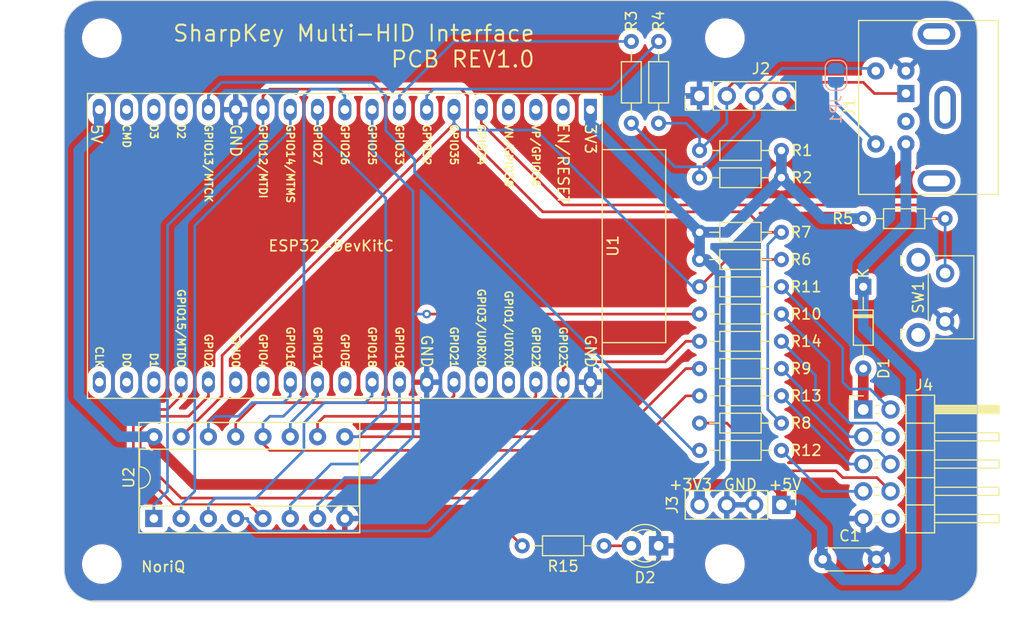
<source format=kicad_pcb>
(kicad_pcb (version 20221018) (generator pcbnew)
  (layers (0 "F.Cu" signal) (31 "B.Cu" signal) (34 "B.Paste" user) (35 "F.Paste" user) (36 "B.SilkS" user "B.Silkscreen") (37 "F.SilkS" user "F.Silkscreen") (38 "B.Mask" user) (39 "F.Mask" user) (44 "Edge.Cuts" user))
  (net 0 "")
  (net 1 "+5V")
  (net 2 "GND")
  (net 3 "Net-(D1-A)")
  (net 4 "Net-(D2-A)")
  (net 5 "Net-(J2-Pin_2)")
  (net 6 "+3V3")
  (net 7 "Net-(U1-32K_XN{slash}GPIO33{slash}ADC1_CH5)")
  (net 8 "Net-(U1-32K_XP{slash}GPIO32{slash}ADC1_CH4)")
  (net 9 "Net-(U1-VDET_1{slash}GPIO34{slash}ADC1_CH6)")
  (net 10 "Net-(U1-VDET_2{slash}GPIO35{slash}ADC1_CH7)")
  (net 11 "Net-(U1-MTDI{slash}GPIO12{slash}ADC2_CH5)")
  (net 12 "Net-(U1-ADC2_CH7{slash}GPIO27)")
  (net 13 "Net-(U1-DAC_1{slash}ADC2_CH8{slash}GPIO25)")
  (net 14 "Net-(U1-MTCK{slash}GPIO13{slash}ADC2_CH4)")
  (net 15 "Net-(U1-DAC_2{slash}ADC2_CH9{slash}GPIO26)")
  (net 16 "Net-(U1-GPIO23)")
  (net 17 "Net-(U1-ADC2_CH2{slash}GPIO2)")
  (net 21 "Net-(U1-MTMS{slash}GPIO14{slash}ADC2_CH6)")
  (net 28 "Net-(U1-MTDO{slash}GPIO15{slash}ADC2_CH3)")
  (net 31 "Net-(U1-GPIO16)")
  (net 32 "Net-(U1-GPIO17)")
  (net 34 "Net-(U1-GPIO18)")
  (net 35 "Net-(U1-GPIO19)")
  (net 36 "Net-(U1-GPIO21)")
  (net 39 "Net-(U1-GPIO22)")
  (net 40 "Net-(JP1-A)")
  (net 42 "Net-(J2-Pin_3)")
  (net 43 "Net-(J4-Pin_2)")
  (net 44 "Net-(J4-Pin_3)")
  (net 45 "Net-(J4-Pin_4)")
  (net 46 "Net-(J4-Pin_5)")
  (net 47 "Net-(J4-Pin_6)")
  (net 48 "Net-(J4-Pin_7)")
  (net 49 "Net-(J4-Pin_8)")
  (footprint "Resistor_THT:R_Axial_DIN0204_L3.6mm_D1.6mm_P7.62mm_Horizontal" (layer "F.Cu") (at 142.24 100.33)
    (fp_text reference "R9" (at 8.36 0) (layer "F.SilkS") (effects (justify left)))
    (fp_text value "100")
    (pad "1" thru_hole circle (at 0 0) (size 1.4 1.4) (drill 0.7) (layers "*.Cu" "*.Mask") (net 12 "Net-(U1-ADC2_CH7{slash}GPIO27)"))
    (pad "2" thru_hole oval (at 7.62 0) (size 1.4 1.4) (drill 0.7) (layers "*.Cu" "*.Mask") (net 47 "Net-(J4-Pin_6)"))
  )
  (footprint "Resistor_THT:R_Axial_DIN0204_L3.6mm_D1.6mm_P7.62mm_Horizontal" (layer "F.Cu") (at 138.43 77.47 90)
    (fp_text reference "R4" (at 9.525 0 90) (layer "F.SilkS"))
    (fp_text value "100")
    (pad "1" thru_hole circle (at 0 0 90) (size 1.4 1.4) (drill 0.7) (layers "*.Cu" "*.Mask") (net 5 "Net-(J2-Pin_2)"))
    (pad "2" thru_hole oval (at 7.62 0 90) (size 1.4 1.4) (drill 0.7) (layers "*.Cu" "*.Mask") (net 8 "Net-(U1-32K_XP{slash}GPIO32{slash}ADC1_CH4)"))
  )
  (footprint "Resistor_THT:R_Axial_DIN0204_L3.6mm_D1.6mm_P7.62mm_Horizontal" (layer "F.Cu") (at 149.86 82.55 180)
    (fp_text reference "R2" (at -1.905 0) (layer "F.SilkS"))
    (fp_text value "2K")
    (pad "1" thru_hole circle (at 0 0 180) (size 1.4 1.4) (drill 0.7) (layers "*.Cu" "*.Mask") (net 6 "+3V3"))
    (pad "2" thru_hole oval (at 7.62 0 180) (size 1.4 1.4) (drill 0.7) (layers "*.Cu" "*.Mask") (net 42 "Net-(J2-Pin_3)"))
  )
  (footprint "Resistor_THT:R_Axial_DIN0204_L3.6mm_D1.6mm_P7.62mm_Horizontal" (layer "F.Cu") (at 157.48 86.36)
    (fp_text reference "R5" (at -1.905 0) (layer "F.SilkS"))
    (fp_text value "10K")
    (pad "1" thru_hole circle (at 0 0) (size 1.4 1.4) (drill 0.7) (layers "*.Cu" "*.Mask") (net 6 "+3V3"))
    (pad "2" thru_hole oval (at 7.62 0) (size 1.4 1.4) (drill 0.7) (layers "*.Cu" "*.Mask") (net 9 "Net-(U1-VDET_1{slash}GPIO34{slash}ADC1_CH6)"))
  )
  (footprint "Resistor_THT:R_Axial_DIN0204_L3.6mm_D1.6mm_P7.62mm_Horizontal" (layer "F.Cu") (at 125.73 116.84)
    (fp_text reference "R15" (at 3.81 1.905) (layer "F.SilkS"))
    (fp_text value "1K")
    (pad "1" thru_hole circle (at 0 0) (size 1.4 1.4) (drill 0.7) (layers "*.Cu" "*.Mask") (net 17 "Net-(U1-ADC2_CH2{slash}GPIO2)"))
    (pad "2" thru_hole oval (at 7.62 0) (size 1.4 1.4) (drill 0.7) (layers "*.Cu" "*.Mask") (net 4 "Net-(D2-A)"))
  )
  (footprint "Resistor_THT:R_Axial_DIN0204_L3.6mm_D1.6mm_P7.62mm_Horizontal" (layer "F.Cu") (at 149.86 97.79 180)
    (fp_text reference "R14" (at -0.74 0) (layer "F.SilkS") (effects (justify left)))
    (fp_text value "100")
    (pad "1" thru_hole circle (at 0 0 180) (size 1.4 1.4) (drill 0.7) (layers "*.Cu" "*.Mask") (net 44 "Net-(J4-Pin_3)"))
    (pad "2" thru_hole oval (at 7.62 0 180) (size 1.4 1.4) (drill 0.7) (layers "*.Cu" "*.Mask") (net 16 "Net-(U1-GPIO23)"))
  )
  (footprint "Package_DIP:DIP-16_W7.62mm_Socket" (layer "F.Cu") (at 91.44 114.3 90)
    (fp_text reference "U2" (at 3.81 -2.33 90) (layer "F.SilkS"))
    (fp_text value "74LS257")
    (pad "1" thru_hole rect (at 0 0 90) (size 1.6 1.6) (drill 0.8) (layers "*.Cu" "*.Mask") (net 11 "Net-(U1-MTDI{slash}GPIO12{slash}ADC2_CH5)"))
    (pad "2" thru_hole oval (at 0 2.54 90) (size 1.6 1.6) (drill 0.8) (layers "*.Cu" "*.Mask") (net 21 "Net-(U1-MTMS{slash}GPIO14{slash}ADC2_CH6)"))
    (pad "3" thru_hole oval (at 0 5.08 90) (size 1.6 1.6) (drill 0.8) (layers "*.Cu" "*.Mask") (net 34 "Net-(U1-GPIO18)"))
    (pad "4" thru_hole oval (at 0 7.62 90) (size 1.6 1.6) (drill 0.8) (layers "*.Cu" "*.Mask") (net 16 "Net-(U1-GPIO23)"))
    (pad "5" thru_hole oval (at 0 10.16 90) (size 1.6 1.6) (drill 0.8) (layers "*.Cu" "*.Mask") (net 28 "Net-(U1-MTDO{slash}GPIO15{slash}ADC2_CH3)"))
    (pad "6" thru_hole oval (at 0 12.7 90) (size 1.6 1.6) (drill 0.8) (layers "*.Cu" "*.Mask") (net 35 "Net-(U1-GPIO19)"))
    (pad "7" thru_hole oval (at 0 15.24 90) (size 1.6 1.6) (drill 0.8) (layers "*.Cu" "*.Mask") (net 13 "Net-(U1-DAC_1{slash}ADC2_CH8{slash}GPIO25)"))
    (pad "8" thru_hole oval (at 0 17.78 90) (size 1.6 1.6) (drill 0.8) (layers "*.Cu" "*.Mask") (net 2 "GND"))
    (pad "9" thru_hole oval (at 7.62 17.78 90) (size 1.6 1.6) (drill 0.8) (layers "*.Cu" "*.Mask") (net 12 "Net-(U1-ADC2_CH7{slash}GPIO27)"))
    (pad "10" thru_hole oval (at 7.62 15.24 90) (size 1.6 1.6) (drill 0.8) (layers "*.Cu" "*.Mask") (net 39 "Net-(U1-GPIO22)"))
    (pad "11" thru_hole oval (at 7.62 12.7 90) (size 1.6 1.6) (drill 0.8) (layers "*.Cu" "*.Mask") (net 32 "Net-(U1-GPIO17)"))
    (pad "12" thru_hole oval (at 7.62 10.16 90) (size 1.6 1.6) (drill 0.8) (layers "*.Cu" "*.Mask") (net 15 "Net-(U1-DAC_2{slash}ADC2_CH9{slash}GPIO26)"))
    (pad "13" thru_hole oval (at 7.62 7.62 90) (size 1.6 1.6) (drill 0.8) (layers "*.Cu" "*.Mask") (net 36 "Net-(U1-GPIO21)"))
    (pad "14" thru_hole oval (at 7.62 5.08 90) (size 1.6 1.6) (drill 0.8) (layers "*.Cu" "*.Mask") (net 31 "Net-(U1-GPIO16)"))
    (pad "15" thru_hole oval (at 7.62 2.54 90) (size 1.6 1.6) (drill 0.8) (layers "*.Cu" "*.Mask") (net 10 "Net-(U1-VDET_2{slash}GPIO35{slash}ADC1_CH7)"))
    (pad "16" thru_hole oval (at 7.62 0 90) (size 1.6 1.6) (drill 0.8) (layers "*.Cu" "*.Mask") (net 1 "+5V"))
  )
  (footprint "Connector_PinHeader_2.54mm:PinHeader_1x04_P2.54mm_Vertical" (layer "F.Cu") (at 149.86 113.03 -90)
    (fp_text reference "J3" (at 0 10.16 90) (layer "F.SilkS"))
    (fp_text value "Power")
    (pad "1" thru_hole rect (at 0 0 270) (size 1.7 1.7) (drill 1) (layers "*.Cu" "*.Mask") (net 1 "+5V"))
    (pad "2" thru_hole oval (at 0 2.54 270) (size 1.7 1.7) (drill 1) (layers "*.Cu" "*.Mask") (net 2 "GND"))
    (pad "3" thru_hole oval (at 0 5.08 270) (size 1.7 1.7) (drill 1) (layers "*.Cu" "*.Mask") (net 2 "GND"))
    (pad "4" thru_hole oval (at 0 7.62 270) (size 1.7 1.7) (drill 1) (layers "*.Cu" "*.Mask") (net 6 "+3V3"))
  )
  (footprint "PCM_Espressif:ESP32-DevKitC" (layer "F.Cu") (at 132.08 76.2 -90)
    (fp_text reference "U1" (at 12.7 -2.1 90) (layer "F.SilkS"))
    (fp_text value "ESP32-DevKitC" (at 12.7 24.13) (layer "F.SilkS"))
    (fp_text user "GPIO18" (at 24.13 20.32 -90 unlocked) (layer "F.SilkS") (effects (font (size 0.7 0.7)) (justify right)))
    (fp_text user "GPIO1/U0TXD" (at 24.13 7.62 -90 unlocked) (layer "F.SilkS") (effects (font (size 0.7 0.7)) (justify right)))
    (fp_text user "GPIO26" (at 1.27 22.86 -90 unlocked) (layer "F.SilkS") (effects (font (size 0.7 0.7)) (justify left)))
    (fp_text user "CLK" (at 24.13 45.72 -90 unlocked) (layer "F.SilkS") (effects (font (size 0.7 0.7)) (justify right)))
    (fp_text user "GPIO35" (at 1.27 12.7 -90 unlocked) (layer "F.SilkS") (effects (font (size 0.7 0.7)) (justify left)))
    (fp_text user "GPIO33" (at 1.27 17.78 -90 unlocked) (layer "F.SilkS") (effects (font (size 0.7 0.7)) (justify left)))
    (fp_text user "GPIO5" (at 24.13 22.86 -90 unlocked) (layer "F.SilkS") (effects (font (size 0.7 0.7)) (justify right)))
    (fp_text user "D0" (at 24.13 43.18 -90 unlocked) (layer "F.SilkS") (effects (font (size 0.7 0.7)) (justify right)))
    (fp_text user "GPIO14/MTMS" (at 1.27 27.94 -90 unlocked) (layer "F.SilkS") (effects (font (size 0.7 0.7)) (justify left)))
    (fp_text user "GPIO34" (at 1.27 10.16 -90 unlocked) (layer "F.SilkS") (effects (font (size 0.7 0.7)) (justify left)))
    (fp_text user "5V" (at 1.26632 45.97128 -90 unlocked) (layer "F.SilkS") (effects (justify left)))
    (fp_text user "GPIO32" (at 1.27 15.24 -90 unlocked) (layer "F.SilkS") (effects (font (size 0.7 0.7)) (justify left)))
    (fp_text user "GPIO4" (at 24.13 30.48 -90 unlocked) (layer "F.SilkS") (effects (font (size 0.7 0.7)) (justify right)))
    (fp_text user "VP/GPIO36" (at 1.27 5.08 -90 unlocked) (layer "F.SilkS") (effects (font (size 0.7 0.7)) (justify left)))
    (fp_text user "GPIO17" (at 24.13 25.4 -90 unlocked) (layer "F.SilkS") (effects (font (size 0.7 0.7)) (justify right)))
    (fp_text user "D1" (at 24.13 40.64 -90 unlocked) (layer "F.SilkS") (effects (font (size 0.7 0.7)) (justify right)))
    (fp_text user "GPIO2" (at 24.13 35.56 -90 unlocked) (layer "F.SilkS") (effects (font (size 0.7 0.7)) (justify right)))
    (fp_text user "CMD" (at 1.27 43.18 -90 unlocked) (layer "F.SilkS") (effects (font (size 0.7 0.7)) (justify left)))
    (fp_text user "GND" (at 1.27 33.02 -90 unlocked) (layer "F.SilkS") (effects (justify left)))
    (fp_text user "D3" (at 1.27 40.64 -90 unlocked) (layer "F.SilkS") (effects (font (size 0.7 0.7)) (justify left)))
    (fp_text user "GND" (at 24.13 15.24 -90 unlocked) (layer "F.SilkS") (effects (justify right)))
    (fp_text user "EN/RESET" (at 8.88632 2.53728 -90 unlocked) (layer "F.SilkS") (effects (justify right)))
    (fp_text user "GPIO21" (at 24.13 12.7 -90 unlocked) (layer "F.SilkS") (effects (font (size 0.7 0.7)) (justify right)))
    (fp_text user "GPIO27" (at 1.27 25.4 -90 unlocked) (layer "F.SilkS") (effects (font (size 0.7 0.7)) (justify left)))
    (fp_text user "3V3" (at 1.27 0 -90 unlocked) (layer "F.SilkS") (effects (justify left)))
    (fp_text user "D2" (at 1.27 38.1 -90 unlocked) (layer "F.SilkS") (effects (font (size 0.7 0.7)) (justify left)))
    (fp_text user "VN/GPIO39" (at 1.27 7.62 -90 unlocked) (layer "F.SilkS") (effects (font (size 0.7 0.7)) (justify left)))
    (fp_text user "GPIO23" (at 24.13 2.54 -90 unlocked) (layer "F.SilkS") (effects (font (size 0.7 0.7)) (justify right)))
    (fp_text user "GPIO12/MTDI" (at 1.27 30.48 -90 unlocked) (layer "F.SilkS") (effects (font (size 0.7 0.7)) (justify left)))
    (fp_text user "GPIO25" (at 1.27 20.32 -90 unlocked) (layer "F.SilkS") (effects (font (size 0.7 0.7)) (justify left)))
    (fp_text user "GPIO19" (at 24.13 17.78 -90 unlocked) (layer "F.SilkS") (effects (font (size 0.7 0.7)) (justify right)))
    (fp_text user "GPIO16" (at 24.13 27.94 -90 unlocked) (layer "F.SilkS") (effects (font (size 0.7 0.7)) (justify right)))
    (fp_text user "GPIO0" (at 24.13 33.02 -90 unlocked) (layer "F.SilkS") (effects (font (size 0.7 0.7)) (justify right)))
    (fp_text user "GPIO22" (at 24.13 5.08 -90 unlocked) (layer "F.SilkS") (effects (font (size 0.7 0.7)) (justify right)))
    (fp_text user "GPIO3/U0RXD" (at 24.13 10.16 -90 unlocked) (layer "F.SilkS") (effects (font (size 0.7 0.7)) (justify right)))
    (fp_text user "GPIO13/MTCK" (at 1.27 35.56 -90 unlocked) (layer "F.SilkS") (effects (font (size 0.7 0.7)) (justify left)))
    (fp_text user "GPIO15/MTDO" (at 24.13 38.1 -90 unlocked) (layer "F.SilkS") (effects (font (size 0.7 0.7)) (justify right)))
    (fp_text user "GND" (at 24.13 0 -90 unlocked) (layer "F.SilkS") (effects (justify right)))
    (pad "1" thru_hole rect (at 0 0 180) (size 1.2 2) (drill 0.8) (layers "*.Cu" "*.Mask") (net 6 "+3V3"))
    (pad "2" thru_hole oval (at 0 2.54 180) (size 1.2 2) (drill 0.8) (layers "*.Cu" "*.Mask"))
    (pad "3" thru_hole oval (at 0 5.08 180) (size 1.2 2) (drill 0.8) (layers "*.Cu" "*.Mask"))
    (pad "4" thru_hole oval (at 0 7.62 180) (size 1.2 2) (drill 0.8) (layers "*.Cu" "*.Mask"))
    (pad "5" thru_hole oval (at 0 10.16 180) (size 1.2 2) (drill 0.8) (layers "*.Cu" "*.Mask") (net 9 "Net-(U1-VDET_1{slash}GPIO34{slash}ADC1_CH6)"))
    (pad "6" thru_hole oval (at 0 12.7 180) (size 1.2 2) (drill 0.8) (layers "*.Cu" "*.Mask") (net 10 "Net-(U1-VDET_2{slash}GPIO35{slash}ADC1_CH7)"))
    (pad "7" thru_hole oval (at 0 15.24 180) (size 1.2 2) (drill 0.8) (layers "*.Cu" "*.Mask") (net 8 "Net-(U1-32K_XP{slash}GPIO32{slash}ADC1_CH4)"))
    (pad "8" thru_hole oval (at 0 17.78 180) (size 1.2 2) (drill 0.8) (layers "*.Cu" "*.Mask") (net 7 "Net-(U1-32K_XN{slash}GPIO33{slash}ADC1_CH5)"))
    (pad "9" thru_hole oval (at 0 20.32 180) (size 1.2 2) (drill 0.8) (layers "*.Cu" "*.Mask") (net 13 "Net-(U1-DAC_1{slash}ADC2_CH8{slash}GPIO25)"))
    (pad "10" thru_hole oval (at 0 22.86 180) (size 1.2 2) (drill 0.8) (layers "*.Cu" "*.Mask") (net 15 "Net-(U1-DAC_2{slash}ADC2_CH9{slash}GPIO26)"))
    (pad "11" thru_hole oval (at 0 25.4 180) (size 1.2 2) (drill 0.8) (layers "*.Cu" "*.Mask") (net 12 "Net-(U1-ADC2_CH7{slash}GPIO27)"))
    (pad "12" thru_hole oval (at 0 27.94 180) (size 1.2 2) (drill 0.8) (layers "*.Cu" "*.Mask") (net 21 "Net-(U1-MTMS{slash}GPIO14{slash}ADC2_CH6)"))
    (pad "13" thru_hole oval (at 0 30.48 180) (size 1.2 2) (drill 0.8) (layers "*.Cu" "*.Mask") (net 11 "Net-(U1-MTDI{slash}GPIO12{slash}ADC2_CH5)"))
    (pad "14" thru_hole oval (at 0 33.02 180) (size 1.2 2) (drill 0.8) (layers "*.Cu" "*.Mask") (net 2 "GND"))
    (pad "15" thru_hole oval (at 0 35.56 180) (size 1.2 2) (drill 0.8) (layers "*.Cu" "*.Mask") (net 14 "Net-(U1-MTCK{slash}GPIO13{slash}ADC2_CH4)"))
    (pad "16" thru_hole oval (at 0 38.1 180) (size 1.2 2) (drill 0.8) (layers "*.Cu" "*.Mask"))
    (pad "17" thru_hole oval (at 0 40.64 180) (size 1.2 2) (drill 0.8) (layers "*.Cu" "*.Mask"))
    (pad "18" thru_hole oval (at 0 43.18 180) (size 1.2 2) (drill 0.8) (layers "*.Cu" "*.Mask"))
    (pad "19" thru_hole oval (at 0 45.72 180) (size 1.2 2) (drill 0.8) (layers "*.Cu" "*.Mask") (net 1 "+5V"))
    (pad "20" thru_hole oval (at 25.39632 45.71728 180) (size 1.2 2) (drill 0.8) (layers "*.Cu" "*.Mask"))
    (pad "21" thru_hole oval (at 25.39632 43.17728 180) (size 1.2 2) (drill 0.8) (layers "*.Cu" "*.Mask"))
    (pad "22" thru_hole oval (at 25.4 40.64 180) (size 1.2 2) (drill 0.8) (layers "*.Cu" "*.Mask"))
    (pad "23" thru_hole oval (at 25.4 38.1 180) (size 1.2 2) (drill 0.8) (layers "*.Cu" "*.Mask") (net 28 "Net-(U1-MTDO{slash}GPIO15{slash}ADC2_CH3)"))
    (pad "24" thru_hole oval (at 25.4 35.56 180) (size 1.2 2) (drill 0.8) (layers "*.Cu" "*.Mask") (net 17 "Net-(U1-ADC2_CH2{slash}GPIO2)"))
    (pad "25" thru_hole oval (at 25.4 33.02 180) (size 1.2 2) (drill 0.8) (layers "*.Cu" "*.Mask"))
    (pad "26" thru_hole oval (at 25.4 30.48 180) (size 1.2 2) (drill 0.8) (layers "*.Cu" "*.Mask"))
    (pad "27" thru_hole oval (at 25.4 27.94 180) (size 1.2 2) (drill 0.8) (layers "*.Cu" "*.Mask") (net 31 "Net-(U1-GPIO16)"))
    (pad "28" thru_hole oval (at 25.4 25.4 180) (size 1.2 2) (drill 0.8) (layers "*.Cu" "*.Mask") (net 32 "Net-(U1-GPIO17)"))
    (pad "29" thru_hole oval (at 25.4 22.86 180) (size 1.2 2) (drill 0.8) (layers "*.Cu" "*.Mask"))
    (pad "30" thru_hole oval (at 25.4 20.32 180) (size 1.2 2) (drill 0.8) (layers "*.Cu" "*.Mask") (net 34 "Net-(U1-GPIO18)"))
    (pad "31" thru_hole oval (at 25.4 17.78 180) (size 1.2 2) (drill 0.8) (layers "*.Cu" "*.Mask") (net 35 "Net-(U1-GPIO19)"))
    (pad "32" thru_hole oval (at 25.4 15.24 180) (size 1.2 2) (drill 0.8) (layers "*.Cu" "*.Mask") (net 2 "GND"))
    (pad "33" thru_hole oval (at 25.4 12.7 180) (size 1.2 2) (drill 0.8) (layers "*.Cu" "*.Mask") (net 36 "Net-(U1-GPIO21)"))
    (pad "34" thru_hole oval (at 25.4 10.16 180) (size 1.2 2) (drill 0.8) (layers "*.Cu" "*.Mask"))
    (pad "35" thru_hole oval (at 25.4 7.62 180) (size 1.2 2) (drill 0.8) (layers "*.Cu" "*.Mask"))
    (pad "36" thru_hole oval (at 25.4 5.08 180) (size 1.2 2) (drill 0.8) (layers "*.Cu" "*.Mask") (net 39 "Net-(U1-GPIO22)"))
    (pad "37" thru_hole oval (at 25.4 2.54 180) (size 1.2 2) (drill 0.8) (layers "*.Cu" "*.Mask") (net 16 "Net-(U1-GPIO23)"))
    (pad "38" thru_hole oval (at 25.4 0 180) (size 1.2 2) (drill 0.8) (layers "*.Cu" "*.Mask") (net 2 "GND"))
  )
  (footprint "Resistor_THT:R_Axial_DIN0204_L3.6mm_D1.6mm_P7.62mm_Horizontal" (layer "F.Cu") (at 149.86 107.95 180)
    (fp_text reference "R12" (at -0.74 0) (layer "F.SilkS") (effects (justify left)))
    (fp_text value "100")
    (pad "1" thru_hole circle (at 0 0 180) (size 1.4 1.4) (drill 0.7) (layers "*.Cu" "*.Mask") (net 48 "Net-(J4-Pin_7)"))
    (pad "2" thru_hole oval (at 7.62 0 180) (size 1.4 1.4) (drill 0.7) (layers "*.Cu" "*.Mask") (net 14 "Net-(U1-MTCK{slash}GPIO13{slash}ADC2_CH4)"))
  )
  (footprint "Diode_THT:D_DO-34_SOD68_P7.62mm_Horizontal" (layer "F.Cu") (at 157.48 92.705 -90)
    (fp_text reference "D1" (at 7.625 -1.905 90) (layer "F.SilkS"))
    (fp_text value "1N4001")
    (fp_text user "K" (at -1.265 0 90) (layer "F.SilkS"))
    (pad "1" thru_hole rect (at 0 0 270) (size 1.5 1.5) (drill 0.75) (layers "*.Cu" "*.Mask") (net 1 "+5V"))
    (pad "2" thru_hole oval (at 7.62 0 270) (size 1.5 1.5) (drill 0.75) (layers "*.Cu" "*.Mask") (net 3 "Net-(D1-A)"))
  )
  (footprint "Capacitor_THT:C_Disc_D4.3mm_W1.9mm_P5.00mm" (layer "F.Cu") (at 153.71 118.11)
    (fp_text reference "C1" (at 2.5 -2.2) (layer "F.SilkS"))
    (fp_text value "0.1uf")
    (pad "1" thru_hole circle (at 0 0) (size 1.6 1.6) (drill 0.8) (layers "*.Cu" "*.Mask") (net 1 "+5V"))
    (pad "2" thru_hole circle (at 5 0) (size 1.6 1.6) (drill 0.8) (layers "*.Cu" "*.Mask") (net 2 "GND"))
  )
  (footprint "MountingHole:MountingHole_3.2mm_M3" (layer "F.Cu") (at 86.6 118.54)
    (fp_text reference "REF3" hide)
    (fp_text value "MountingHole_3.2mm_M3")
    (pad "" np_thru_hole circle (at 0 0) (size 3.2 3.2) (drill 3.2) (layers "F&B.Cu" "*.Mask"))
  )
  (footprint "Resistor_THT:R_Axial_DIN0204_L3.6mm_D1.6mm_P7.62mm_Horizontal" (layer "F.Cu") (at 149.86 105.41 180)
    (fp_text reference "R8" (at -0.74 0) (layer "F.SilkS") (effects (justify left)))
    (fp_text value "100")
    (pad "1" thru_hole circle (at 0 0 180) (size 1.4 1.4) (drill 0.7) (layers "*.Cu" "*.Mask") (net 11 "Net-(U1-MTDI{slash}GPIO12{slash}ADC2_CH5)"))
    (pad "2" thru_hole oval (at 7.62 0 180) (size 1.4 1.4) (drill 0.7) (layers "*.Cu" "*.Mask") (net 49 "Net-(J4-Pin_8)"))
  )
  (footprint "MountingHole:MountingHole_3.2mm_M3" (layer "F.Cu") (at 144.6 69.54)
    (fp_text reference "REF2" hide)
    (fp_text value "MountingHole_3.2mm_M3")
    (pad "" np_thru_hole circle (at 0 0) (size 3.2 3.2) (drill 3.2) (layers "*.Cu" "*.Mask"))
  )
  (footprint "MountingHole:MountingHole_3.2mm_M3" (layer "F.Cu") (at 144.6 118.54)
    (fp_text reference "REF4" hide)
    (fp_text value "MountingHole_3.2mm_M3")
    (pad "" np_thru_hole circle (at 0 0) (size 3.2 3.2) (drill 3.2) (layers "F&B.Cu" "*.Mask"))
  )
  (footprint "Resistor_THT:R_Axial_DIN0204_L3.6mm_D1.6mm_P7.62mm_Horizontal" (layer "F.Cu") (at 142.24 95.25)
    (fp_text reference "R10" (at 8.36 0) (layer "F.SilkS") (effects (justify left)))
    (fp_text value "100")
    (pad "1" thru_hole circle (at 0 0) (size 1.4 1.4) (drill 0.7) (layers "*.Cu" "*.Mask") (net 13 "Net-(U1-DAC_1{slash}ADC2_CH8{slash}GPIO25)"))
    (pad "2" thru_hole oval (at 7.62 0) (size 1.4 1.4) (drill 0.7) (layers "*.Cu" "*.Mask") (net 45 "Net-(J4-Pin_4)"))
  )
  (footprint "Resistor_THT:R_Axial_DIN0204_L3.6mm_D1.6mm_P7.62mm_Horizontal" (layer "F.Cu") (at 142.24 90.17)
    (fp_text reference "R6" (at 8.36 0) (layer "F.SilkS") (effects (justify left)))
    (fp_text value "10K")
    (pad "1" thru_hole circle (at 0 0) (size 1.4 1.4) (drill 0.7) (layers "*.Cu" "*.Mask") (net 6 "+3V3"))
    (pad "2" thru_hole oval (at 7.62 0) (size 1.4 1.4) (drill 0.7) (layers "*.Cu" "*.Mask") (net 10 "Net-(U1-VDET_2{slash}GPIO35{slash}ADC1_CH7)"))
  )
  (footprint "Connector_PinHeader_2.54mm:PinHeader_1x04_P2.54mm_Vertical" (layer "F.Cu") (at 142.24 74.93 90)
    (fp_text reference "J2" (at 2.54 5.715 180) (layer "F.SilkS"))
    (fp_text value "Conn_01x04")
    (pad "1" thru_hole rect (at 0 0 90) (size 1.7 1.7) (drill 1) (layers "*.Cu" "*.Mask") (net 2 "GND"))
    (pad "2" thru_hole oval (at 0 2.54 90) (size 1.7 1.7) (drill 1) (layers "*.Cu" "*.Mask") (net 5 "Net-(J2-Pin_2)"))
    (pad "3" thru_hole oval (at 0 5.08 90) (size 1.7 1.7) (drill 1) (layers "*.Cu" "*.Mask") (net 42 "Net-(J2-Pin_3)"))
    (pad "4" thru_hole oval (at 0 7.62 90) (size 1.7 1.7) (drill 1) (layers "*.Cu" "*.Mask") (net 1 "+5V"))
  )
  (footprint "Resistor_THT:R_Axial_DIN0204_L3.6mm_D1.6mm_P7.62mm_Horizontal" (layer "F.Cu") (at 142.24 92.71)
    (fp_text reference "R11" (at 8.36 0) (layer "F.SilkS") (effects (justify left)))
    (fp_text value "100")
    (pad "1" thru_hole circle (at 0 0) (size 1.4 1.4) (drill 0.7) (layers "*.Cu" "*.Mask") (net 10 "Net-(U1-VDET_2{slash}GPIO35{slash}ADC1_CH7)"))
    (pad "2" thru_hole oval (at 7.62 0) (size 1.4 1.4) (drill 0.7) (layers "*.Cu" "*.Mask") (net 43 "Net-(J4-Pin_2)"))
  )
  (footprint "Resistor_THT:R_Axial_DIN0204_L3.6mm_D1.6mm_P7.62mm_Horizontal" (layer "F.Cu") (at 149.86 80.01 180)
    (fp_text reference "R1" (at -1.905 0) (layer "F.SilkS"))
    (fp_text value "2K")
    (pad "1" thru_hole circle (at 0 0 180) (size 1.4 1.4) (drill 0.7) (layers "*.Cu" "*.Mask") (net 6 "+3V3"))
    (pad "2" thru_hole oval (at 7.62 0 180) (size 1.4 1.4) (drill 0.7) (layers "*.Cu" "*.Mask") (net 5 "Net-(J2-Pin_2)"))
  )
  (footprint "Resistor_THT:R_Axial_DIN0204_L3.6mm_D1.6mm_P7.62mm_Horizontal" (layer "F.Cu") (at 142.24 87.63)
    (fp_text reference "R7" (at 8.36 0) (layer "F.SilkS") (effects (justify left)))
    (fp_text value "10K")
    (pad "1" thru_hole circle (at 0 0) (size 1.4 1.4) (drill 0.7) (layers "*.Cu" "*.Mask") (net 6 "+3V3"))
    (pad "2" thru_hole oval (at 7.62 0) (size 1.4 1.4) (drill 0.7) (layers "*.Cu" "*.Mask") (net 11 "Net-(U1-MTDI{slash}GPIO12{slash}ADC2_CH5)"))
  )
  (footprint "LED_THT:LED_D3.0mm" (layer "F.Cu") (at 138.43 116.84 180)
    (fp_text reference "D2" (at 1.27 -2.96) (layer "F.SilkS"))
    (fp_text value "LED")
    (pad "1" thru_hole rect (at 0 0 180) (size 1.8 1.8) (drill 0.9) (layers "*.Cu" "*.Mask") (net 2 "GND"))
    (pad "2" thru_hole circle (at 2.54 0 180) (size 1.8 1.8) (drill 0.9) (layers "*.Cu" "*.Mask") (net 4 "Net-(D2-A)"))
  )
  (footprint "MountingHole:MountingHole_3.2mm_M3" (layer "F.Cu") (at 86.6 69.54)
    (fp_text reference "REF1" hide)
    (fp_text value "MountingHole_3.2mm_M3")
    (pad "" np_thru_hole circle (at 0 0) (size 3.2 3.2) (drill 3.2) (layers "F&B.Cu" "*.Mask"))
  )
  (footprint "Button_Switch_THT:SW_Tactile_SKHH_Angled" (layer "F.Cu") (at 165.1 91.44 -90)
    (fp_text reference "SW1" (at 2.25 2.5 90) (layer "F.SilkS"))
    (fp_text value "SW_Push")
    (pad "" thru_hole circle (at -1.25 2.5 90) (size 2.2 2.2) (drill 1.3) (layers "*.Cu" "*.Mask"))
    (pad "" thru_hole circle (at 5.75 2.5 90) (size 2.2 2.2) (drill 1.3) (layers "*.Cu" "*.Mask"))
    (pad "1" thru_hole circle (at 0 0 90) (size 1.7 1.7) (drill 1) (layers "*.Cu" "*.Mask") (net 9 "Net-(U1-VDET_1{slash}GPIO34{slash}ADC1_CH6)"))
    (pad "2" thru_hole circle (at 4.5 0 90) (size 1.7 1.7) (drill 1) (layers "*.Cu" "*.Mask") (net 2 "GND"))
  )
  (footprint "Connector_PinHeader_2.54mm:PinHeader_2x05_P2.54mm_Horizontal" (layer "F.Cu") (at 157.48 104.145)
    (fp_text reference "J4" (at 5.655 -2.27) (layer "F.SilkS"))
    (fp_text value "HOST I/F")
    (pad "1" thru_hole rect (at 0 0) (size 1.7 1.7) (drill 1) (layers "*.Cu" "*.Mask") (net 3 "Net-(D1-A)"))
    (pad "2" thru_hole oval (at 2.54 0) (size 1.7 1.7) (drill 1) (layers "*.Cu" "*.Mask") (net 43 "Net-(J4-Pin_2)"))
    (pad "3" thru_hole oval (at 0 2.54) (size 1.7 1.7) (drill 1) (layers "*.Cu" "*.Mask") (net 44 "Net-(J4-Pin_3)"))
    (pad "4" thru_hole oval (at 2.54 2.54) (size 1.7 1.7) (drill 1) (layers "*.Cu" "*.Mask") (net 45 "Net-(J4-Pin_4)"))
    (pad "5" thru_hole oval (at 0 5.08) (size 1.7 1.7) (drill 1) (layers "*.Cu" "*.Mask") (net 46 "Net-(J4-Pin_5)"))
    (pad "6" thru_hole oval (at 2.54 5.08) (size 1.7 1.7) (drill 1) (layers "*.Cu" "*.Mask") (net 47 "Net-(J4-Pin_6)"))
    (pad "7" thru_hole oval (at 0 7.62) (size 1.7 1.7) (drill 1) (layers "*.Cu" "*.Mask") (net 48 "Net-(J4-Pin_7)"))
    (pad "8" thru_hole oval (at 2.54 7.62) (size 1.7 1.7) (drill 1) (layers "*.Cu" "*.Mask") (net 49 "Net-(J4-Pin_8)"))
    (pad "9" thru_hole oval (at 0 10.16) (size 1.7 1.7) (drill 1) (layers "*.Cu" "*.Mask") (net 2 "GND"))
    (pad "10" thru_hole oval (at 2.54 10.16) (size 1.7 1.7) (drill 1) (layers "*.Cu" "*.Mask"))
  )
  (footprint "Resistor_THT:R_Axial_DIN0204_L3.6mm_D1.6mm_P7.62mm_Horizontal" (layer "F.Cu") (at 135.89 77.47 90)
    (fp_text reference "R3" (at 9.525 0 90) (layer "F.SilkS"))
    (fp_text value "100")
    (pad "1" thru_hole circle (at 0 0 90) (size 1.4 1.4) (drill 0.7) (layers "*.Cu" "*.Mask") (net 42 "Net-(J2-Pin_3)"))
    (pad "2" thru_hole oval (at 7.62 0 90) (size 1.4 1.4) (drill 0.7) (layers "*.Cu" "*.Mask") (net 7 "Net-(U1-32K_XN{slash}GPIO33{slash}ADC1_CH5)"))
  )
  (footprint "SharpKeyQ:Connector_Mini-DIN_Female_6Pin_2rows" (layer "F.Cu") (at 161.45 74.7 90)
    (fp_text reference "J1" (at -1.27 -5.24 90) (layer "F.SilkS"))
    (fp_text value "PS/2")
    (pad "1" thru_hole rect (at 0 0 90) (size 1.6 1.6) (drill 0.8) (layers "*.Cu" "*.Mask") (net 5 "Net-(J2-Pin_2)"))
    (pad "2" thru_hole circle (at -2.6 0 90) (size 1.6 1.6) (drill 0.8) (layers "*.Cu" "*.Mask"))
    (pad "3" thru_hole circle (at 2.1 0 90) (size 1.6 1.6) (drill 0.8) (layers "*.Cu" "*.Mask") (net 2 "GND"))
    (pad "4" thru_hole circle (at -4.7 0 90) (size 1.6 1.6) (drill 0.8) (layers "*.Cu" "*.Mask") (net 1 "+5V"))
    (pad "5" thru_hole circle (at 2.1 -2.8 90) (size 1.6 1.6) (drill 0.8) (layers "*.Cu" "*.Mask") (net 42 "Net-(J2-Pin_3)"))
    (pad "6" thru_hole circle (at -4.7 -2.8 90) (size 1.6 1.6) (drill 0.8) (layers "*.Cu" "*.Mask") (net 40 "Net-(JP1-A)"))
    (pad "7" thru_hole oval (at -8.15 2.85 90) (size 2 3.5) (drill oval 1 2.5) (layers "*.Cu" "*.Mask"))
    (pad "7" thru_hole oval (at -1.3 3.65 90) (size 4 2) (drill oval 3 1) (layers "*.Cu" "*.Mask"))
    (pad "7" thru_hole oval (at 5.55 2.85 90) (size 2 3.5) (drill oval 1 2.5) (layers "*.Cu" "*.Mask"))
  )
  (footprint "Resistor_THT:R_Axial_DIN0204_L3.6mm_D1.6mm_P7.62mm_Horizontal" (layer "F.Cu") (at 149.86 102.87 180)
    (fp_text reference "R13" (at -0.74 0) (layer "F.SilkS") (effects (justify left)))
    (fp_text value "100")
    (pad "1" thru_hole circle (at 0 0 180) (size 1.4 1.4) (drill 0.7) (layers "*.Cu" "*.Mask") (net 46 "Net-(J4-Pin_5)"))
    (pad "2" thru_hole oval (at 7.62 0 180) (size 1.4 1.4) (drill 0.7) (layers "*.Cu" "*.Mask") (net 15 "Net-(U1-DAC_2{slash}ADC2_CH9{slash}GPIO26)"))
  )
  (footprint "Jumper:SolderJumper-2_P1.3mm_Open_RoundedPad1.0x1.5mm" (layer "B.Cu") (at 154.94 73.01 90)
    (fp_text reference "JP1" (at -3.19 0 90) (layer "B.SilkS") (effects (justify mirror)))
    (fp_text value "MOUSECLK")
    (pad "1" smd custom (at -0.65 0 90) (size 1 0.5) (layers "B.Cu" "B.Mask") (net 40 "Net-(JP1-A)") (options (clearance outline) (anchor rect)) (primitives (gr_circle (center 0 -0.25) (end 0.5 -0.25) (width 0) (fill yes)) (gr_circle (center 0 0.25) (end 0.5 0.25) (width 0) (fill yes)) (gr_poly (pts (xy 0.5 -0.75) (xy 0 -0.75) (xy 0 0.75) (xy 0.5 0.75)) (width 0) (fill yes))))
    (pad "2" smd custom (at 0.65 0 90) (size 1 0.5) (layers "B.Cu" "B.Mask") (net 42 "Net-(J2-Pin_3)") (options (clearance outline) (anchor rect)) (primitives (gr_circle (center 0 -0.25) (end 0.5 -0.25) (width 0) (fill yes)) (gr_circle (center 0 0.25) (end 0.5 0.25) (width 0) (fill yes)) (gr_poly (pts (xy 0 -0.75) (xy -0.5 -0.75) (xy -0.5 0.75) (xy 0 0.75)) (width 0) (fill yes))))
  )
  (gr_line locked (start 83.1 69.04) (end 83.1 119.04) (stroke (width 0.1)) (layer "Edge.Cuts"))
  (gr_arc locked (start 165.1 66.04) (mid 167.221314 66.918686) (end 168.1 69.04) (stroke (width 0.1)) (layer "Edge.Cuts"))
  (gr_line locked (start 86.1 122.04) (end 165.1 122.04) (stroke (width 0.1)) (layer "Edge.Cuts"))
  (gr_arc locked (start 86.1 122.04) (mid 83.97868 121.16132) (end 83.1 119.04) (stroke (width 0.1)) (layer "Edge.Cuts"))
  (gr_arc locked (start 168.1 119.04) (mid 167.221329 121.16134) (end 165.1 122.04) (stroke (width 0.1)) (layer "Edge.Cuts"))
  (gr_line locked (start 168.1 119.04) (end 168.1 69.04) (stroke (width 0.1)) (layer "Edge.Cuts"))
  (gr_arc locked (start 83.1 69.04) (mid 83.97868 66.91868) (end 86.1 66.04) (stroke (width 0.1)) (layer "Edge.Cuts"))
  (gr_line locked (start 165.1 66.04) (end 86.1 66.04) (stroke (width 0.1)) (layer "Edge.Cuts"))
  (gr_text "SharpKey Multi-HID Interface\nPCB REV1.0" (at 127 72.39) (layer "F.SilkS") (effects (font (size 1.5 1.5) (thickness 0.1875)) (justify right bottom)))
  (gr_text "GND" (at 146.05 111.125) (layer "F.SilkS") (effects (font (size 1 1))))
  (gr_text "+3V3" (at 143.51 111.125) (layer "F.SilkS") (effects (font (size 1 1)) (justify right)))
  (gr_text "NoriQ" (at 90.17 119.38) (layer "F.SilkS") (effects (font (size 1 1)) (justify left bottom)))
  (gr_text "+5V" (at 148.59 111.125) (layer "F.SilkS") (effects (font (size 1 1)) (justify left)))
  (segment (start 157.48 82.55) (end 149.86 74.93) (width 1) (layer "F.Cu") (net 1))
  (segment (start 161.45 81.12) (end 160.02 82.55) (width 1) (layer "F.Cu") (net 1))
  (segment (start 149.86 113.03) (end 149.86 111.76) (width 1) (layer "F.Cu") (net 1))
  (segment (start 161.45 79.4) (end 161.45 81.12) (width 1) (layer "F.Cu") (net 1))
  (segment (start 95.25 111.125) (end 91.44 107.315) (width 1) (layer "F.Cu") (net 1))
  (segment (start 149.225 111.125) (end 95.25 111.125) (width 1) (layer "F.Cu") (net 1))
  (segment (start 91.44 107.315) (end 91.44 106.68) (width 1) (layer "F.Cu") (net 1))
  (segment (start 149.86 111.76) (end 149.225 111.125) (width 1) (layer "F.Cu") (net 1))
  (segment (start 160.02 82.55) (end 157.48 82.55) (width 1) (layer "F.Cu") (net 1))
  (segment (start 153.71 118.11) (end 153.67 118.07) (width 1) (layer "B.Cu") (net 1))
  (segment (start 88.265 106.68) (end 91.44 106.68) (width 1) (layer "B.Cu") (net 1))
  (segment (start 157.48 96.52) (end 161.925 100.965) (width 1) (layer "B.Cu") (net 1))
  (segment (start 157.48 90.805) (end 157.48 92.705) (width 1) (layer "B.Cu") (net 1))
  (segment (start 155.615 120.015) (end 153.71 118.11) (width 1) (layer "B.Cu") (net 1))
  (segment (start 84.455 102.87) (end 88.265 106.68) (width 1) (layer "B.Cu") (net 1))
  (segment (start 160.655001 120.015) (end 155.615 120.015) (width 1) (layer "B.Cu") (net 1))
  (segment (start 153.67 118.07) (end 153.67 115.2899) (width 1) (layer "B.Cu") (net 1))
  (segment (start 153.67 115.2899) (end 151.4101 113.03) (width 1) (layer "B.Cu") (net 1))
  (segment (start 86.36 78.105) (end 84.455 80.01) (width 1) (layer "B.Cu") (net 1))
  (segment (start 161.925 118.745) (end 160.655001 120.015) (width 1) (layer "B.Cu") (net 1))
  (segment (start 84.455 80.01) (end 84.455 102.87) (width 1) (layer "B.Cu") (net 1))
  (segment (start 161.45 79.4) (end 161.45 86.835) (width 1) (layer "B.Cu") (net 1))
  (segment (start 151.4101 113.03) (end 149.86 113.03) (width 1) (layer "B.Cu") (net 1))
  (segment (start 161.925 100.965) (end 161.925 118.745) (width 1) (layer "B.Cu") (net 1))
  (segment (start 157.48 92.705) (end 157.48 96.52) (width 1) (layer "B.Cu") (net 1))
  (segment (start 86.36 76.2) (end 86.36 78.105) (width 1) (layer "B.Cu") (net 1))
  (segment (start 161.45 86.835) (end 157.48 90.805) (width 1) (layer "B.Cu") (net 1))
  (segment (start 157.48 104.145) (end 157.48 100.325) (width 1) (layer "F.Cu") (net 3))
  (segment (start 135.89 116.84) (end 133.35 116.84) (width 0.25) (layer "F.Cu") (net 4))
  (segment (start 145.415 73.66) (end 144.78 74.295) (width 0.25) (layer "F.Cu") (net 5))
  (segment (start 161.45 74.7) (end 158.52 74.7) (width 0.25) (layer "F.Cu") (net 5))
  (segment (start 157.48 73.66) (end 145.415 73.66) (width 0.25) (layer "F.Cu") (net 5))
  (segment (start 158.52 74.7) (end 157.48 73.66) (width 0.25) (layer "F.Cu") (net 5))
  (segment (start 144.78 74.295) (end 144.78 74.93) (width 0.25) (layer "F.Cu") (net 5))
  (segment (start 142.24 78.74) (end 142.24 80.01) (width 0.25) (layer "B.Cu") (net 5))
  (segment (start 138.43 77.47) (end 140.97 77.47) (width 0.25) (layer "B.Cu") (net 5))
  (segment (start 140.97 77.47) (end 142.24 78.74) (width 0.25) (layer "B.Cu") (net 5))
  (segment (start 144.78 77.47) (end 142.24 80.01) (width 0.25) (layer "B.Cu") (net 5))
  (segment (start 144.78 74.93) (end 144.78 77.47) (width 0.25) (layer "B.Cu") (net 5))
  (segment (start 157.48 86.36) (end 153.67 86.36) (width 1) (layer "B.Cu") (net 6))
  (segment (start 132.5101 77.9001) (end 142.24 87.63) (width 1) (layer "B.Cu") (net 6))
  (segment (start 144.78 87.63) (end 149.86 82.55) (width 1) (layer "B.Cu") (net 6))
  (segment (start 142.24 113.03) (end 142.24 111.4799) (width 1) (layer "B.Cu") (net 6))
  (segment (start 142.24 87.63) (end 142.24 90.17) (width 1) (layer "B.Cu") (net 6))
  (segment (start 132.08 77.9001) (end 132.5101 77.9001) (width 1) (layer "B.Cu") (net 6))
  (segment (start 153.67 86.36) (end 149.86 82.55) (width 1) (layer "B.Cu") (net 6))
  (segment (start 142.875 90.17) (end 142.24 90.17) (width 1) (layer "B.Cu") (net 6))
  (segment (start 144.145 91.44) (end 142.875 90.17) (width 1) (layer "B.Cu") (net 6))
  (segment (start 132.08 76.2) (end 132.08 77.9001) (width 1) (layer "B.Cu") (net 6))
  (segment (start 142.24 87.63) (end 144.78 87.63) (width 1) (layer "B.Cu") (net 6))
  (segment (start 144.145 109.5749) (end 144.145 91.44) (width 1) (layer "B.Cu") (net 6))
  (segment (start 149.86 80.01) (end 149.86 82.55) (width 1) (layer "B.Cu") (net 6))
  (segment (start 142.24 111.4799) (end 144.145 109.5749) (width 1) (layer "B.Cu") (net 6))
  (segment (start 119.38 69.85) (end 135.89 69.85) (width 0.25) (layer "B.Cu") (net 7))
  (segment (start 114.3 76.2) (end 114.3 74.93) (width 0.25) (layer "B.Cu") (net 7))
  (segment (start 114.3 74.93) (end 119.38 69.85) (width 0.25) (layer "B.Cu") (net 7))
  (segment (start 116.84 76.2) (end 116.84 74.93) (width 0.25) (layer "B.Cu") (net 8))
  (segment (start 117.475 74.295) (end 133.985 74.295) (width 0.25) (layer "B.Cu") (net 8))
  (segment (start 116.84 74.93) (end 117.475 74.295) (width 0.25) (layer "B.Cu") (net 8))
  (segment (start 133.985 74.295) (end 138.43 69.85) (width 0.25) (layer "B.Cu") (net 8))
  (segment (start 129.54 85.09) (end 121.92 77.47) (width 0.25) (layer "F.Cu") (net 9))
  (segment (start 162.56 85.09) (end 129.54 85.09) (width 0.25) (layer "F.Cu") (net 9))
  (segment (start 163.83 86.36) (end 162.56 85.09) (width 0.25) (layer "F.Cu") (net 9))
  (segment (start 121.92 77.47) (end 121.92 76.2) (width 0.25) (layer "F.Cu") (net 9))
  (segment (start 165.1 86.36) (end 163.83 86.36) (width 0.25) (layer "F.Cu") (net 9))
  (segment (start 165.1 91.44) (end 165.1 86.36) (width 0.25) (layer "B.Cu") (net 9))
  (segment (start 144.78 90.17) (end 149.86 90.17) (width 0.25) (layer "F.Cu") (net 10))
  (segment (start 119.38 77.5251) (end 97.79 99.1151) (width 0.25) (layer "F.Cu") (net 10))
  (segment (start 142.24 92.71) (end 144.78 90.17) (width 0.25) (layer "F.Cu") (net 10))
  (segment (start 119.38 76.2) (end 119.38 77.5251) (width 0.25) (layer "F.Cu") (net 10))
  (segment (start 97.79 102.87) (end 93.98 106.68) (width 0.25) (layer "F.Cu") (net 10))
  (segment (start 97.79 99.1151) (end 97.79 102.87) (width 0.25) (layer "F.Cu") (net 10))
  (segment (start 119.38 76.2) (end 119.38 77.47) (width 0.25) (layer "B.Cu") (net 10))
  (segment (start 120.015 78.105) (end 127 78.105) (width 0.25) (layer "B.Cu") (net 10))
  (segment (start 127 78.105) (end 141.605 92.71) (width 0.25) (layer "B.Cu") (net 10))
  (segment (start 141.605 92.71) (end 142.24 92.71) (width 0.25) (layer "B.Cu") (net 10))
  (segment (start 119.38 77.47) (end 120.015 78.105) (width 0.25) (layer "B.Cu") (net 10))
  (segment (start 102.235 74.295) (end 120.015 74.295) (width 0.25) (layer "F.Cu") (net 11))
  (segment (start 120.015 74.295) (end 120.65 74.93) (width 0.25) (layer "F.Cu") (net 11))
  (segment (start 101.6 74.93) (end 102.235 74.295) (width 0.25) (layer "F.Cu") (net 11))
  (segment (start 127.635 85.725) (end 146.685 85.725) (width 0.25) (layer "F.Cu") (net 11))
  (segment (start 146.685 85.725) (end 148.59 87.63) (width 0.25) (layer "F.Cu") (net 11))
  (segment (start 120.65 78.74) (end 127.635 85.725) (width 0.25) (layer "F.Cu") (net 11))
  (segment (start 120.65 74.93) (end 120.65 78.74) (width 0.25) (layer "F.Cu") (net 11))
  (segment (start 101.6 76.2) (end 101.6 74.93) (width 0.25) (layer "F.Cu") (net 11))
  (segment (start 148.59 87.63) (end 149.86 87.63) (width 0.25) (layer "F.Cu") (net 11))
  (segment (start 91.44 113.03) (end 92.71 111.76) (width 0.25) (layer "B.Cu") (net 11))
  (segment (start 92.71 111.76) (end 92.71 86.995) (width 0.25) (layer "B.Cu") (net 11))
  (segment (start 149.86 87.63) (end 149.73755 87.63) (width 0.25) (layer "B.Cu") (net 11))
  (segment (start 148.59 88.77755) (end 148.59 104.14) (width 0.25) (layer "B.Cu") (net 11))
  (segment (start 101.6 78.105) (end 101.6 76.2) (width 0.25) (layer "B.Cu") (net 11))
  (segment (start 91.44 114.3) (end 91.44 113.03) (width 0.25) (layer "B.Cu") (net 11))
  (segment (start 92.71 86.995) (end 101.6 78.105) (width 0.25) (layer "B.Cu") (net 11))
  (segment (start 148.59 104.14) (end 149.86 105.41) (width 0.25) (layer "B.Cu") (net 11))
  (segment (start 149.73755 87.63) (end 148.59 88.77755) (width 0.25) (layer "B.Cu") (net 11))
  (segment (start 140.97 100.33) (end 142.24 100.33) (width 0.25) (layer "F.Cu") (net 12))
  (segment (start 134.62 106.68) (end 140.97 100.33) (width 0.25) (layer "F.Cu") (net 12))
  (segment (start 109.22 106.68) (end 134.62 106.68) (width 0.25) (layer "F.Cu") (net 12))
  (segment (start 106.68 78.105) (end 113.03 84.455) (width 0.25) (layer "B.Cu") (net 12))
  (segment (start 110.49 106.68) (end 109.22 106.68) (width 0.25) (layer "B.Cu") (net 12))
  (segment (start 113.03 84.455) (end 113.03 104.14) (width 0.25) (layer "B.Cu") (net 12))
  (segment (start 113.03 104.14) (end 110.49 106.68) (width 0.25) (layer "B.Cu") (net 12))
  (segment (start 106.68 76.2) (end 106.68 78.105) (width 0.25) (layer "B.Cu") (net 12))
  (segment (start 116.84 95.25) (end 142.24 95.25) (width 0.25) (layer "F.Cu") (net 13))
  (via (at 116.84 95.25) (size 0.8) (drill 0.4) (layers "F.Cu" "B.Cu") (net 13))
  (segment (start 111.76 80.01) (end 115.57 83.82) (width 0.25) (layer "B.Cu") (net 13))
  (segment (start 115.57 83.82) (end 115.57 106.68) (width 0.25) (layer "B.Cu") (net 13))
  (segment (start 115.57 95.25) (end 116.84 95.25) (width 0.25) (layer "B.Cu") (net 13))
  (segment (start 111.76 76.2) (end 111.76 80.01) (width 0.25) (layer "B.Cu") (net 13))
  (segment (start 111.76 110.49) (end 109.22 110.49) (width 0.25) (layer "B.Cu") (net 13))
  (segment (start 115.57 106.68) (end 111.76 110.49) (width 0.25) (layer "B.Cu") (net 13))
  (segment (start 106.68 113.03) (end 106.68 114.3) (width 0.25) (layer "B.Cu") (net 13))
  (segment (start 109.22 110.49) (end 106.68 113.03) (width 0.25) (layer "B.Cu") (net 13))
  (segment (start 115.7156 80.844304) (end 113.03 78.158704) (width 0.25) (layer "B.Cu") (net 14))
  (segment (start 97.7349 73.66) (end 96.52 74.8749) (width 0.25) (layer "B.Cu") (net 14))
  (segment (start 96.52 74.8749) (end 96.52 76.2) (width 0.25) (layer "B.Cu") (net 14))
  (segment (start 113.03 74.93) (end 111.76 73.66) (width 0.25) (layer "B.Cu") (net 14))
  (segment (start 111.76 73.66) (end 97.7349 73.66) (width 0.25) (layer "B.Cu") (net 14))
  (segment (start 115.7156 82.0606) (end 115.7156 80.844304) (width 0.25) (layer "B.Cu") (net 14))
  (segment (start 141.605 107.95) (end 115.7156 82.0606) (width 0.25) (layer "B.Cu") (net 14))
  (segment (start 142.24 107.95) (end 141.605 107.95) (width 0.25) (layer "B.Cu") (net 14))
  (segment (start 113.03 78.158704) (end 113.03 74.93) (width 0.25) (layer "B.Cu") (net 14))
  (segment (start 101.6 107.315) (end 102.235 107.95) (width 0.25) (layer "F.Cu") (net 15))
  (segment (start 102.235 107.95) (end 135.89 107.95) (width 0.25) (layer "F.Cu") (net 15))
  (segment (start 101.6 106.68) (end 101.6 107.315) (width 0.25) (layer "F.Cu") (net 15))
  (segment (start 135.89 107.95) (end 140.97 102.87) (width 0.25) (layer "F.Cu") (net 15))
  (segment (start 140.97 102.87) (end 142.24 102.87) (width 0.25) (layer "F.Cu") (net 15))
  (segment (start 108.585 74.295) (end 106.045 74.295) (width 0.25) (layer "B.Cu") (net 15))
  (segment (start 106.045 74.295) (end 105.41 74.93) (width 0.25) (layer "B.Cu") (net 15))
  (segment (start 101.6 105.41) (end 101.6 106.68) (width 0.25) (layer "B.Cu") (net 15))
  (segment (start 105.41 74.93) (end 105.41 102.87) (width 0.25) (layer "B.Cu") (net 15))
  (segment (start 109.22 76.2) (end 109.22 74.93) (width 0.25) (layer "B.Cu") (net 15))
  (segment (start 109.22 74.93) (end 108.585 74.295) (width 0.25) (layer "B.Cu") (net 15))
  (segment (start 105.41 102.87) (end 103.505 104.775) (width 0.25) (layer "B.Cu") (net 15))
  (segment (start 102.235 104.775) (end 101.6 105.41) (width 0.25) (layer "B.Cu") (net 15))
  (segment (start 103.505 104.775) (end 102.235 104.775) (width 0.25) (layer "B.Cu") (net 15))
  (segment (start 139.065 99.695) (end 140.97 97.79) (width 0.25) (layer "F.Cu") (net 16))
  (segment (start 129.54 100.33) (end 130.175 99.695) (width 0.25) (layer "F.Cu") (net 16))
  (segment (start 130.175 99.695) (end 139.065 99.695) (width 0.25) (layer "F.Cu") (net 16))
  (segment (start 129.54 101.6) (end 129.54 100.33) (width 0.25) (layer "F.Cu") (net 16))
  (segment (start 140.97 97.79) (end 142.24 97.79) (width 0.25) (layer "F.Cu") (net 16))
  (segment (start 117.0001 115.465) (end 101.1169 115.465) (width 0.25) (layer "B.Cu") (net 16))
  (segment (start 129.54 102.9251) (end 117.0001 115.465) (width 0.25) (layer "B.Cu") (net 16))
  (segment (start 129.54 101.6) (end 129.54 102.9251) (width 0.25) (layer "B.Cu") (net 16))
  (segment (start 100.1851 114.5332) (end 100.1851 114.3) (width 0.25) (layer "B.Cu") (net 16))
  (segment (start 101.1169 115.465) (end 100.1851 114.5332) (width 0.25) (layer "B.Cu") (net 16))
  (segment (start 99.06 114.3) (end 100.1851 114.3) (width 0.25) (layer "B.Cu") (net 16))
  (segment (start 90.17 106.045) (end 90.17 108.585) (width 0.25) (layer "F.Cu") (net 17))
  (segment (start 96.52 101.6) (end 96.52 102.9251) (width 0.25) (layer "F.Cu") (net 17))
  (segment (start 96.52 102.9251) (end 94.6701 104.775) (width 0.25) (layer "F.Cu") (net 17))
  (segment (start 90.17 108.585) (end 93.98 112.395) (width 0.25) (layer "F.Cu") (net 17))
  (segment (start 94.6701 104.775) (end 91.44 104.775) (width 0.25) (layer "F.Cu") (net 17))
  (segment (start 91.44 104.775) (end 90.17 106.045) (width 0.25) (layer "F.Cu") (net 17))
  (segment (start 93.98 112.395) (end 121.285 112.395) (width 0.25) (layer "F.Cu") (net 17))
  (segment (start 121.285 112.395) (end 125.73 116.84) (width 0.25) (layer "F.Cu") (net 17))
  (segment (start 104.14 76.2) (end 104.14 78.13255) (width 0.25) (layer "B.Cu") (net 21))
  (segment (start 93.98 113.03) (end 93.98 114.3) (width 0.25) (layer "B.Cu") (net 21))
  (segment (start 95.25 111.76) (end 93.98 113.03) (width 0.25) (layer "B.Cu") (net 21))
  (segment (start 95.25 87.02255) (end 95.25 111.76) (width 0.25) (layer "B.Cu") (net 21))
  (segment (start 104.14 78.13255) (end 95.25 87.02255) (width 0.25) (layer "B.Cu") (net 21))
  (segment (start 90.804302 104.14) (end 89.535 105.409302) (width 0.25) (layer "F.Cu") (net 28))
  (segment (start 89.535 109.22) (end 93.3219 113.0069) (width 0.25) (layer "F.Cu") (net 28))
  (segment (start 92.71 104.14) (end 90.804302 104.14) (width 0.25) (layer "F.Cu") (net 28))
  (segment (start 100.3069 113.0069) (end 101.6 114.3) (width 0.25) (layer "F.Cu") (net 28))
  (segment (start 93.98 102.87) (end 92.71 104.14) (width 0.25) (layer "F.Cu") (net 28))
  (segment (start 93.3219 113.0069) (end 100.3069 113.0069) (width 0.25) (layer "F.Cu") (net 28))
  (segment (start 89.535 105.409302) (end 89.535 109.22) (width 0.25) (layer "F.Cu") (net 28))
  (segment (start 93.98 101.6) (end 93.98 102.87) (width 0.25) (layer "F.Cu") (net 28))
  (segment (start 104.14 101.6) (end 104.14 102.87) (width 0.25) (layer "B.Cu") (net 31))
  (segment (start 103.505 103.505) (end 100.5869 103.505) (width 0.25) (layer "B.Cu") (net 31))
  (segment (start 100.5869 103.505) (end 99.3169 104.775) (width 0.25) (layer "B.Cu") (net 31))
  (segment (start 104.14 102.87) (end 103.505 103.505) (width 0.25) (layer "B.Cu") (net 31))
  (segment (start 97.155 104.775) (end 96.52 105.41) (width 0.25) (layer "B.Cu") (net 31))
  (segment (start 96.52 105.41) (end 96.52 106.68) (width 0.25) (layer "B.Cu") (net 31))
  (segment (start 99.3169 104.775) (end 97.155 104.775) (width 0.25) (layer "B.Cu") (net 31))
  (segment (start 106.68 102.87) (end 104.14 105.41) (width 0.25) (layer "B.Cu") (net 32))
  (segment (start 106.68 101.6) (end 106.68 102.87) (width 0.25) (layer "B.Cu") (net 32))
  (segment (start 104.14 105.41) (end 104.14 106.68) (width 0.25) (layer "B.Cu") (net 32))
  (segment (start 107.315 103.505) (end 105.41 105.41) (width 0.25) (layer "B.Cu") (net 34))
  (segment (start 100.965 112.395) (end 97.155 112.395) (width 0.25) (layer "B.Cu") (net 34))
  (segment (start 111.76 102.87) (end 111.125 103.505) (width 0.25) (layer "B.Cu") (net 34))
  (segment (start 111.76 101.6) (end 111.76 102.87) (width 0.25) (layer "B.Cu") (net 34))
  (segment (start 96.52 113.03) (end 96.52 114.3) (width 0.25) (layer "B.Cu") (net 34))
  (segment (start 105.41 107.95) (end 100.965 112.395) (width 0.25) (layer "B.Cu") (net 34))
  (segment (start 97.155 112.395) (end 96.52 113.03) (width 0.25) (layer "B.Cu") (net 34))
  (segment (start 111.125 103.505) (end 107.315 103.505) (width 0.25) (layer "B.Cu") (net 34))
  (segment (start 105.41 105.41) (end 105.41 107.95) (width 0.25) (layer "B.Cu") (net 34))
  (segment (start 114.3 101.6) (end 114.3 105.41) (width 0.25) (layer "B.Cu") (net 35))
  (segment (start 107.95 109.22) (end 104.14 113.03) (width 0.25) (layer "B.Cu") (net 35))
  (segment (start 114.3 105.41) (end 110.49 109.22) (width 0.25) (layer "B.Cu") (net 35))
  (segment (start 104.14 113.03) (end 104.14 114.3) (width 0.25) (layer "B.Cu") (net 35))
  (segment (start 110.49 109.22) (end 107.95 109.22) (width 0.25) (layer "B.Cu") (net 35))
  (segment (start 99.06 105.41) (end 99.06 106.68) (width 0.25) (layer "F.Cu") (net 36))
  (segment (start 118.745 103.505) (end 100.965 103.505) (width 0.25) (layer "F.Cu") (net 36))
  (segment (start 100.965 103.505) (end 99.06 105.41) (width 0.25) (layer "F.Cu") (net 36))
  (segment (start 119.38 102.87) (end 118.745 103.505) (width 0.25) (layer "F.Cu") (net 36))
  (segment (start 119.38 101.6) (end 119.38 102.87) (width 0.25) (layer "F.Cu") (net 36))
  (segment (start 127 102.9251) (end 125.1501 104.775) (width 0.25) (layer "F.Cu") (net 39))
  (segment (start 107.315 104.775) (end 106.68 105.41) (width 0.25) (layer "F.Cu") (net 39))
  (segment (start 106.68 105.41) (end 106.68 106.68) (width 0.25) (layer "F.Cu") (net 39))
  (segment (start 125.1501 104.775) (end 107.315 104.775) (width 0.25) (layer "F.Cu") (net 39))
  (segment (start 127 101.6) (end 127 102.9251) (width 0.25) (layer "F.Cu") (net 39))
  (segment (start 158.65 79.275) (end 158.65 79.4) (width 0.25) (layer "B.Cu") (net 40))
  (segment (start 154.94 73.66) (end 154.94 75.565) (width 0.25) (layer "B.Cu") (net 40))
  (segment (start 154.94 75.565) (end 158.65 79.275) (width 0.25) (layer "B.Cu") (net 40))
  (segment (start 154.94 72.36) (end 149.89 72.36) (width 0.25) (layer "B.Cu") (net 42))
  (segment (start 139.9449 81.5249) (end 142.24 81.5249) (width 0.25) (layer "B.Cu") (net 42))
  (segment (start 135.89 77.47) (end 139.9449 81.5249) (width 0.25) (layer "B.Cu") (net 42))
  (segment (start 149.89 72.36) (end 147.32 74.93) (width 0.25) (layer "B.Cu") (net 42))
  (segment (start 142.24 82.55) (end 142.24 81.5249) (width 0.25) (layer "B.Cu") (net 42))
  (segment (start 158.41 72.36) (end 154.94 72.36) (width 0.25) (layer "B.Cu") (net 42))
  (segment (start 147.32 76.835) (end 142.6301 81.5249) (width 0.25) (layer "B.Cu") (net 42))
  (segment (start 158.65 72.6) (end 158.41 72.36) (width 0.25) (layer "B.Cu") (net 42))
  (segment (start 147.32 74.93) (end 147.32 76.835) (width 0.25) (layer "B.Cu") (net 42))
  (segment (start 142.6301 81.5249) (end 142.24 81.5249) (width 0.25) (layer "B.Cu") (net 42))
  (segment (start 158.11 102.235) (end 156.21 102.235) (width 0.25) (layer "B.Cu") (net 43))
  (segment (start 155.575 101.6) (end 155.575 98.425) (width 0.25) (layer "B.Cu") (net 43))
  (segment (start 156.21 102.235) (end 155.575 101.6) (width 0.25) (layer "B.Cu") (net 43))
  (segment (start 160.02 104.145) (end 158.11 102.235) (width 0.25) (layer "B.Cu") (net 43))
  (segment (start 155.575 98.425) (end 149.86 92.71) (width 0.25) (layer "B.Cu") (net 43))
  (segment (start 153.035 100.965) (end 149.86 97.79) (width 0.25) (layer "B.Cu") (net 44))
  (segment (start 157.48 106.685) (end 156.215 106.685) (width 0.25) (layer "B.Cu") (net 44))
  (segment (start 156.215 106.685) (end 153.035 103.505) (width 0.25) (layer "B.Cu") (net 44))
  (segment (start 153.035 103.505) (end 153.035 100.965) (width 0.25) (layer "B.Cu") (net 44))
  (segment (start 154.305 103.505) (end 154.305 99.695) (width 0.25) (layer "B.Cu") (net 45))
  (segment (start 158.75 105.41) (end 156.21 105.41) (width 0.25) (layer "B.Cu") (net 45))
  (segment (start 160.02 106.685) (end 160.02 106.68) (width 0.25) (layer "B.Cu") (net 45))
  (segment (start 154.305 99.695) (end 149.86 95.25) (width 0.25) (layer "B.Cu") (net 45))
  (segment (start 160.02 106.68) (end 158.75 105.41) (width 0.25) (layer "B.Cu") (net 45))
  (segment (start 156.21 105.41) (end 154.305 103.505) (width 0.25) (layer "B.Cu") (net 45))
  (segment (start 156.215 109.225) (end 149.86 102.87) (width 0.25) (layer "B.Cu") (net 46))
  (segment (start 157.48 109.225) (end 156.215 109.225) (width 0.25) (layer "B.Cu") (net 46))
  (segment (start 160.02 109.1251) (end 158.8449 107.95) (width 0.25) (layer "B.Cu") (net 47))
  (segment (start 158.8449 107.95) (end 156.21 107.95) (width 0.25) (layer "B.Cu") (net 47))
  (segment (start 151.765 102.235) (end 149.86 100.33) (width 0.25) (layer "B.Cu") (net 47))
  (segment (start 156.21 107.95) (end 151.765 103.505) (width 0.25) (layer "B.Cu") (net 47))
  (segment (start 151.765 103.505) (end 151.765 102.235) (width 0.25) (layer "B.Cu") (net 47))
  (segment (start 160.02 109.225) (end 160.02 109.1251) (width 0.25) (layer "B.Cu") (net 47))
  (segment (start 157.48 111.765) (end 153.675 111.765) (width 0.25) (layer "B.Cu") (net 48))
  (segment (start 153.675 111.765) (end 149.86 107.95) (width 0.25) (layer "B.Cu") (net 48))
  (segment (start 154.94 109.855) (end 149.225 109.855) (width 0.25) (layer "F.Cu") (net 49))
  (segment (start 159.385 111.125) (end 158.75 110.49) (width 0.25) (layer "F.Cu") (net 49))
  (segment (start 149.225 109.855) (end 144.78 105.41) (width 0.25) (layer "F.Cu") (net 49))
  (segment (start 144.78 105.41) (end 142.24 105.41) (width 0.25) (layer "F.Cu") (net 49))
  (segment (start 155.575 110.49) (end 154.94 109.855) (width 0.25) (layer "F.Cu") (net 49))
  (segment (start 159.385 111.13) (end 159.385 111.125) (width 0.25) (layer "F.Cu") (net 49))
  (segment (start 158.75 110.49) (end 155.575 110.49) (width 0.25) (layer "F.Cu") (net 49))
  (segment (start 160.02 111.765) (end 159.385 111.13) (width 0.25) (layer "F.Cu") (net 49))
  (zone (net 2) (net_name "GND") (layer "F.Cu") (connect_pads (clearance 0.5)) (min_thickness 0.25) (fill yes (thermal_gap 0.5) (thermal_bridge_width 0.5))
    (polygon (pts (xy 82.55 66.04) (xy 168.91 66.04) (xy 168.91 121.92) (xy 82.55 121.92)))
  )
  (zone (net 2) (net_name "GND") (layer "B.Cu") (priority 1) (connect_pads (clearance 0.5)) (min_thickness 0.25) (fill yes (thermal_gap 0.5) (thermal_bridge_width 0.5))
    (polygon (pts (xy 82.55 66.04) (xy 168.91 66.04) (xy 168.91 121.92) (xy 82.55 121.92)))
  )
)
</source>
